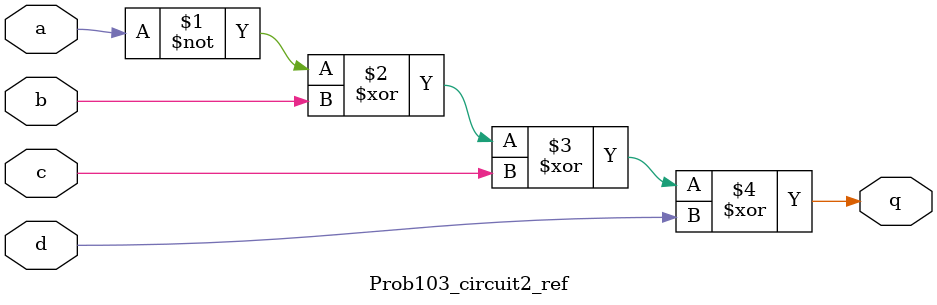
<source format=sv>

module Prob103_circuit2_ref (
  input a,
  input b,
  input c,
  input d,
  output q
);

  assign q = ~a^b^c^d;

endmodule


</source>
